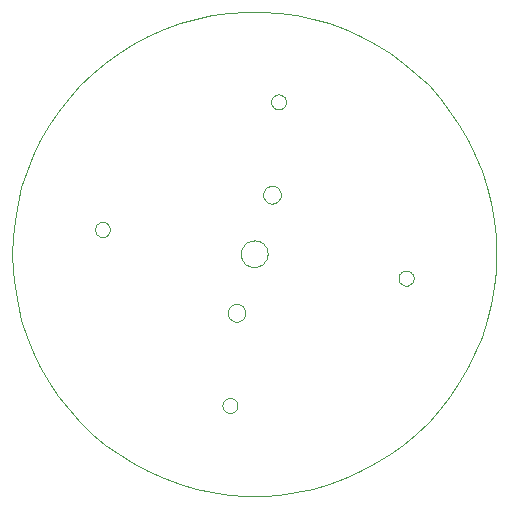
<source format=gko>
%FSTAX23Y23*%
%MOIN*%
%SFA1B1*%

%IPPOS*%
%ADD23C,0.000400*%
%ADD24C,0.000000*%
%LNaltium_eib_128_panel-1*%
%LPD*%
G54D23*
X02219Y01412D02*
D01*
X02217Y01468*
X02211Y01524*
X02201Y0158*
X02188Y01634*
X0217Y01688*
X02149Y0174*
X02125Y01791*
X02096Y0184*
X02065Y01886*
X0203Y01931*
X01993Y01973*
X01952Y02012*
X01909Y02048*
X01863Y02081*
X01816Y02111*
X01766Y02137*
X01714Y0216*
X01661Y0218*
X01607Y02195*
X01552Y02207*
X01496Y02215*
X0144Y02219*
X01384*
X01328Y02215*
X01272Y02207*
X01217Y02195*
X01163Y0218*
X0111Y0216*
X01058Y02137*
X01008Y02111*
X00961Y02081*
X00915Y02048*
X00872Y02012*
X00831Y01973*
X00794Y01931*
X00759Y01886*
X00728Y0184*
X00699Y01791*
X00675Y0174*
X00654Y01688*
X00636Y01634*
X00623Y0158*
X00613Y01524*
X00607Y01468*
X00605Y01412*
X00607Y01356*
X00613Y013*
X00623Y01244*
X00636Y0119*
X00654Y01136*
X00675Y01084*
X00699Y01033*
X00728Y00984*
X00759Y00938*
X00794Y00893*
X00831Y00851*
X00872Y00812*
X00915Y00776*
X00961Y00743*
X01008Y00713*
X01058Y00687*
X0111Y00664*
X01163Y00644*
X01217Y00629*
X01272Y00617*
X01328Y00609*
X01384Y00605*
X0144*
X01496Y00609*
X01552Y00617*
X01607Y00629*
X01661Y00644*
X01714Y00664*
X01766Y00687*
X01816Y00713*
X01863Y00743*
X01909Y00776*
X01952Y00812*
X01993Y00851*
X0203Y00893*
X02065Y00938*
X02096Y00984*
X02125Y01033*
X02149Y01084*
X0217Y01136*
X02188Y0119*
X02201Y01244*
X02211Y013*
X02217Y01356*
X02219Y01412*
G54D24*
X01893Y01331D02*
X01893Y01328D01*
X01894Y01325*
X01895Y01322*
X01896Y01319*
X01898Y01316*
X019Y01314*
X01902Y01312*
X01904Y0131*
X01907Y01308*
X0191Y01307*
X01913Y01306*
X01916Y01306*
X01919*
X01923Y01306*
X01926Y01307*
X01928Y01308*
X01931Y0131*
X01934Y01312*
X01936Y01314*
X01938Y01316*
X0194Y01319*
X01941Y01322*
X01942Y01325*
X01943Y01328*
X01943Y01331*
X01943Y01334D02*
X01943Y01331D01*
X01942Y01337D02*
X01943Y01334D01*
X01941Y0134D02*
X01942Y01337D01*
X0194Y01343D02*
X01941Y0134D01*
X01938Y01346D02*
X0194Y01343D01*
X01936Y01348D02*
X01938Y01346D01*
X01934Y0135D02*
X01936Y01348D01*
X01931Y01352D02*
X01934Y0135D01*
X01928Y01354D02*
X01931Y01352D01*
X01926Y01355D02*
X01928Y01354D01*
X01923Y01356D02*
X01926Y01355D01*
X01919Y01356D02*
X01923Y01356D01*
X01916Y01356D02*
X01919D01*
X01913Y01356D02*
X01916Y01356D01*
X0191Y01355D02*
X01913Y01356D01*
X01907Y01354D02*
X0191Y01355D01*
X01904Y01352D02*
X01907Y01354D01*
X01902Y0135D02*
X01904Y01352D01*
X019Y01348D02*
X01902Y0135D01*
X01898Y01346D02*
X019Y01348D01*
X01896Y01343D02*
X01898Y01346D01*
X01895Y0134D02*
X01896Y01343D01*
X01894Y01337D02*
X01895Y0134D01*
X01893Y01334D02*
X01894Y01337D01*
X01893Y01331D02*
X01893Y01334D01*
X00881Y01493D02*
X00881Y0149D01*
X00882Y01487*
X00883Y01484*
X00884Y01481*
X00886Y01478*
X00888Y01476*
X0089Y01474*
X00893Y01472*
X00896Y0147*
X00899Y01469*
X00902Y01468*
X00905Y01468*
X00908*
X00911Y01468*
X00914Y01469*
X00917Y0147*
X0092Y01472*
X00922Y01474*
X00924Y01476*
X00926Y01478*
X00928Y01481*
X00929Y01484*
X0093Y01487*
X00931Y0149*
X00931Y01493*
X00931Y01496D02*
X00931Y01493D01*
X0093Y01499D02*
X00931Y01496D01*
X00929Y01502D02*
X0093Y01499D01*
X00928Y01505D02*
X00929Y01502D01*
X00926Y01508D02*
X00928Y01505D01*
X00924Y0151D02*
X00926Y01508D01*
X00922Y01512D02*
X00924Y0151D01*
X0092Y01514D02*
X00922Y01512D01*
X00917Y01516D02*
X0092Y01514D01*
X00914Y01517D02*
X00917Y01516D01*
X00911Y01518D02*
X00914Y01517D01*
X00908Y01518D02*
X00911Y01518D01*
X00905Y01518D02*
X00908D01*
X00902Y01518D02*
X00905Y01518D01*
X00899Y01517D02*
X00902Y01518D01*
X00896Y01516D02*
X00899Y01517D01*
X00893Y01514D02*
X00896Y01516D01*
X0089Y01512D02*
X00893Y01514D01*
X00888Y0151D02*
X0089Y01512D01*
X00886Y01508D02*
X00888Y0151D01*
X00884Y01505D02*
X00886Y01508D01*
X00883Y01502D02*
X00884Y01505D01*
X00882Y01499D02*
X00883Y01502D01*
X00881Y01496D02*
X00882Y01499D01*
X00881Y01493D02*
X00881Y01496D01*
X01306Y00906D02*
X01306Y00903D01*
X01307Y009*
X01308Y00897*
X01309Y00894*
X01311Y00892*
X01313Y00889*
X01315Y00887*
X01318Y00885*
X0132Y00884*
X01323Y00882*
X01326Y00882*
X01329Y00881*
X01333*
X01336Y00882*
X01339Y00882*
X01342Y00884*
X01344Y00885*
X01347Y00887*
X01349Y00889*
X01351Y00892*
X01353Y00894*
X01354Y00897*
X01355Y009*
X01356Y00903*
X01356Y00906*
X01356Y00909D02*
X01356Y00906D01*
X01355Y00912D02*
X01356Y00909D01*
X01354Y00915D02*
X01355Y00912D01*
X01353Y00918D02*
X01354Y00915D01*
X01351Y00921D02*
X01353Y00918D01*
X01349Y00923D02*
X01351Y00921D01*
X01347Y00926D02*
X01349Y00923D01*
X01344Y00927D02*
X01347Y00926D01*
X01342Y00929D02*
X01344Y00927D01*
X01339Y0093D02*
X01342Y00929D01*
X01336Y00931D02*
X01339Y0093D01*
X01333Y00931D02*
X01336Y00931D01*
X01329Y00931D02*
X01333D01*
X01326Y00931D02*
X01329Y00931D01*
X01323Y0093D02*
X01326Y00931D01*
X0132Y00929D02*
X01323Y0093D01*
X01318Y00927D02*
X0132Y00929D01*
X01315Y00926D02*
X01318Y00927D01*
X01313Y00923D02*
X01315Y00926D01*
X01311Y00921D02*
X01313Y00923D01*
X01309Y00918D02*
X01311Y00921D01*
X01308Y00915D02*
X01309Y00918D01*
X01307Y00912D02*
X01308Y00915D01*
X01306Y00909D02*
X01307Y00912D01*
X01306Y00906D02*
X01306Y00909D01*
X01323Y01215D02*
X01324Y01212D01*
X01324Y01208*
X01325Y01205*
X01327Y01202*
X01328Y01199*
X0133Y01196*
X01333Y01194*
X01335Y01191*
X01338Y0119*
X01341Y01188*
X01344Y01187*
X01348Y01186*
X01351Y01186*
X01355*
X01358Y01186*
X01361Y01187*
X01365Y01188*
X01368Y0119*
X01371Y01191*
X01373Y01194*
X01376Y01196*
X01378Y01199*
X01379Y01202*
X01381Y01205*
X01382Y01208*
X01382Y01212*
X01382Y01215*
X01382Y01219D02*
X01382Y01215D01*
X01382Y01222D02*
X01382Y01219D01*
X01381Y01225D02*
X01382Y01222D01*
X01379Y01228D02*
X01381Y01225D01*
X01378Y01231D02*
X01379Y01228D01*
X01376Y01234D02*
X01378Y01231D01*
X01373Y01237D02*
X01376Y01234D01*
X01371Y01239D02*
X01373Y01237D01*
X01368Y01241D02*
X01371Y01239D01*
X01365Y01242D02*
X01368Y01241D01*
X01361Y01243D02*
X01365Y01242D01*
X01358Y01244D02*
X01361Y01243D01*
X01355Y01245D02*
X01358Y01244D01*
X01351Y01245D02*
X01355D01*
X01348Y01244D02*
X01351Y01245D01*
X01344Y01243D02*
X01348Y01244D01*
X01341Y01242D02*
X01344Y01243D01*
X01338Y01241D02*
X01341Y01242D01*
X01335Y01239D02*
X01338Y01241D01*
X01333Y01237D02*
X01335Y01239D01*
X0133Y01234D02*
X01333Y01237D01*
X01328Y01231D02*
X0133Y01234D01*
X01327Y01228D02*
X01328Y01231D01*
X01325Y01225D02*
X01327Y01228D01*
X01324Y01222D02*
X01325Y01225D01*
X01324Y01219D02*
X01324Y01222D01*
X01323Y01215D02*
X01324Y01219D01*
X01368Y01412D02*
X01368Y01408D01*
X01368Y01404*
X01369Y014*
X01371Y01396*
X01372Y01392*
X01374Y01388*
X01377Y01385*
X01379Y01382*
X01382Y01379*
X01386Y01376*
X01389Y01374*
X01393Y01372*
X01397Y0137*
X01401Y01369*
X01405Y01368*
X01409Y01368*
X01413Y01368*
X01417Y01368*
X01421Y01369*
X01425Y0137*
X01429Y01371*
X01433Y01373*
X01437Y01375*
X0144Y01377*
X01443Y0138*
X01446Y01383*
X01449Y01387*
X01451Y0139*
X01453Y01394*
X01454Y01398*
X01455Y01402*
X01456Y01406*
X01457Y0141*
Y01414*
X01456Y01418D02*
X01457Y01414D01*
X01455Y01422D02*
X01456Y01418D01*
X01454Y01426D02*
X01455Y01422D01*
X01453Y0143D02*
X01454Y01426D01*
X01451Y01434D02*
X01453Y0143D01*
X01449Y01438D02*
X01451Y01434D01*
X01446Y01441D02*
X01449Y01438D01*
X01443Y01444D02*
X01446Y01441D01*
X0144Y01447D02*
X01443Y01444D01*
X01437Y01449D02*
X0144Y01447D01*
X01433Y01451D02*
X01437Y01449D01*
X01429Y01453D02*
X01433Y01451D01*
X01425Y01454D02*
X01429Y01453D01*
X01421Y01456D02*
X01425Y01454D01*
X01417Y01456D02*
X01421Y01456D01*
X01413Y01457D02*
X01417Y01456D01*
X01409Y01456D02*
X01413Y01457D01*
X01405Y01456D02*
X01409Y01456D01*
X01401Y01455D02*
X01405Y01456D01*
X01397Y01454D02*
X01401Y01455D01*
X01393Y01452D02*
X01397Y01454D01*
X01389Y0145D02*
X01393Y01452D01*
X01386Y01448D02*
X01389Y0145D01*
X01382Y01445D02*
X01386Y01448D01*
X01379Y01442D02*
X01382Y01445D01*
X01377Y01439D02*
X01379Y01442D01*
X01374Y01436D02*
X01377Y01439D01*
X01372Y01432D02*
X01374Y01436D01*
X01371Y01428D02*
X01372Y01432D01*
X01369Y01424D02*
X01371Y01428D01*
X01368Y0142D02*
X01369Y01424D01*
X01368Y01416D02*
X01368Y0142D01*
X01368Y01412D02*
X01368Y01416D01*
X01442Y01609D02*
X01442Y01605D01*
X01442Y01602*
X01443Y01599*
X01445Y01596*
X01447Y01593*
X01449Y0159*
X01451Y01587*
X01454Y01585*
X01456Y01583*
X01459Y01582*
X01463Y01581*
X01466Y0158*
X01469Y01579*
X01473*
X01476Y0158*
X0148Y01581*
X01483Y01582*
X01486Y01583*
X01489Y01585*
X01491Y01587*
X01494Y0159*
X01496Y01593*
X01498Y01596*
X01499Y01599*
X015Y01602*
X015Y01605*
X01501Y01609*
X015Y01612D02*
X01501Y01609D01*
X015Y01616D02*
X015Y01612D01*
X01499Y01619D02*
X015Y01616D01*
X01498Y01622D02*
X01499Y01619D01*
X01496Y01625D02*
X01498Y01622D01*
X01494Y01628D02*
X01496Y01625D01*
X01491Y0163D02*
X01494Y01628D01*
X01489Y01633D02*
X01491Y0163D01*
X01486Y01634D02*
X01489Y01633D01*
X01483Y01636D02*
X01486Y01634D01*
X0148Y01637D02*
X01483Y01636D01*
X01476Y01638D02*
X0148Y01637D01*
X01473Y01638D02*
X01476Y01638D01*
X01469Y01638D02*
X01473D01*
X01466Y01638D02*
X01469Y01638D01*
X01463Y01637D02*
X01466Y01638D01*
X01459Y01636D02*
X01463Y01637D01*
X01456Y01634D02*
X01459Y01636D01*
X01454Y01633D02*
X01456Y01634D01*
X01451Y0163D02*
X01454Y01633D01*
X01449Y01628D02*
X01451Y0163D01*
X01447Y01625D02*
X01449Y01628D01*
X01445Y01622D02*
X01447Y01625D01*
X01443Y01619D02*
X01445Y01622D01*
X01442Y01616D02*
X01443Y01619D01*
X01442Y01612D02*
X01442Y01616D01*
X01442Y01609D02*
X01442Y01612D01*
X01468Y01918D02*
X01468Y01915D01*
X01469Y01912*
X0147Y01909*
X01471Y01906*
X01473Y01903*
X01475Y01901*
X01477Y01899*
X0148Y01897*
X01482Y01895*
X01485Y01894*
X01488Y01893*
X01491Y01893*
X01495*
X01498Y01893*
X01501Y01894*
X01504Y01895*
X01506Y01897*
X01509Y01899*
X01511Y01901*
X01513Y01903*
X01515Y01906*
X01516Y01909*
X01517Y01912*
X01518Y01915*
X01518Y01918*
X01518Y01921D02*
X01518Y01918D01*
X01517Y01924D02*
X01518Y01921D01*
X01516Y01927D02*
X01517Y01924D01*
X01515Y0193D02*
X01516Y01927D01*
X01513Y01933D02*
X01515Y0193D01*
X01511Y01935D02*
X01513Y01933D01*
X01509Y01937D02*
X01511Y01935D01*
X01506Y01939D02*
X01509Y01937D01*
X01504Y0194D02*
X01506Y01939D01*
X01501Y01942D02*
X01504Y0194D01*
X01498Y01942D02*
X01501Y01942D01*
X01495Y01943D02*
X01498Y01942D01*
X01491Y01943D02*
X01495D01*
X01488Y01942D02*
X01491Y01943D01*
X01485Y01942D02*
X01488Y01942D01*
X01482Y0194D02*
X01485Y01942D01*
X0148Y01939D02*
X01482Y0194D01*
X01477Y01937D02*
X0148Y01939D01*
X01475Y01935D02*
X01477Y01937D01*
X01473Y01933D02*
X01475Y01935D01*
X01471Y0193D02*
X01473Y01933D01*
X0147Y01927D02*
X01471Y0193D01*
X01469Y01924D02*
X0147Y01927D01*
X01468Y01921D02*
X01469Y01924D01*
X01468Y01918D02*
X01468Y01921D01*
M02*
</source>
